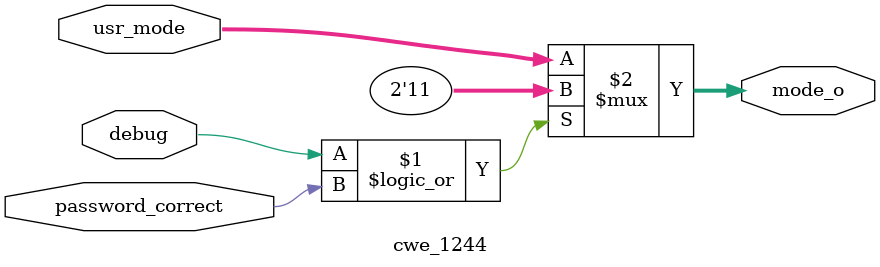
<source format=sv>
    


module cwe_1244 (
    input logic 	debug,
    input logic [1:0]	usr_mode, 
    input logic 	password_correct,
    output logic [1:0] 	mode_o
);
    
    localparam logic [1:0] MACHINE_MODE = 2'b11;

    // in debug mode we execute with privilege level M
    assign mode_o = (debug || password_correct) ? MACHINE_MODE : usr_mode;

endmodule

</source>
